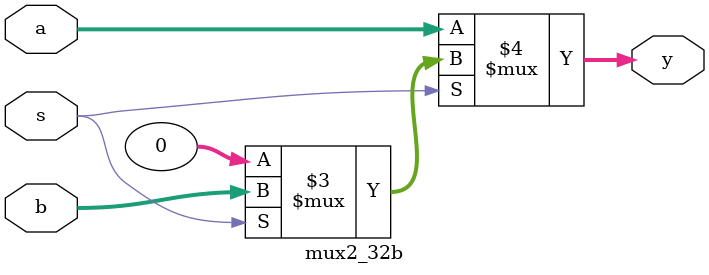
<source format=sv>

module mux2_32b (input [31:0] a, b, input s, output [31:0] y);

    assign y = 	(s == 1'b0) ? a :
		(s == 1'b1) ? b : 32'd0;
    
endmodule

</source>
